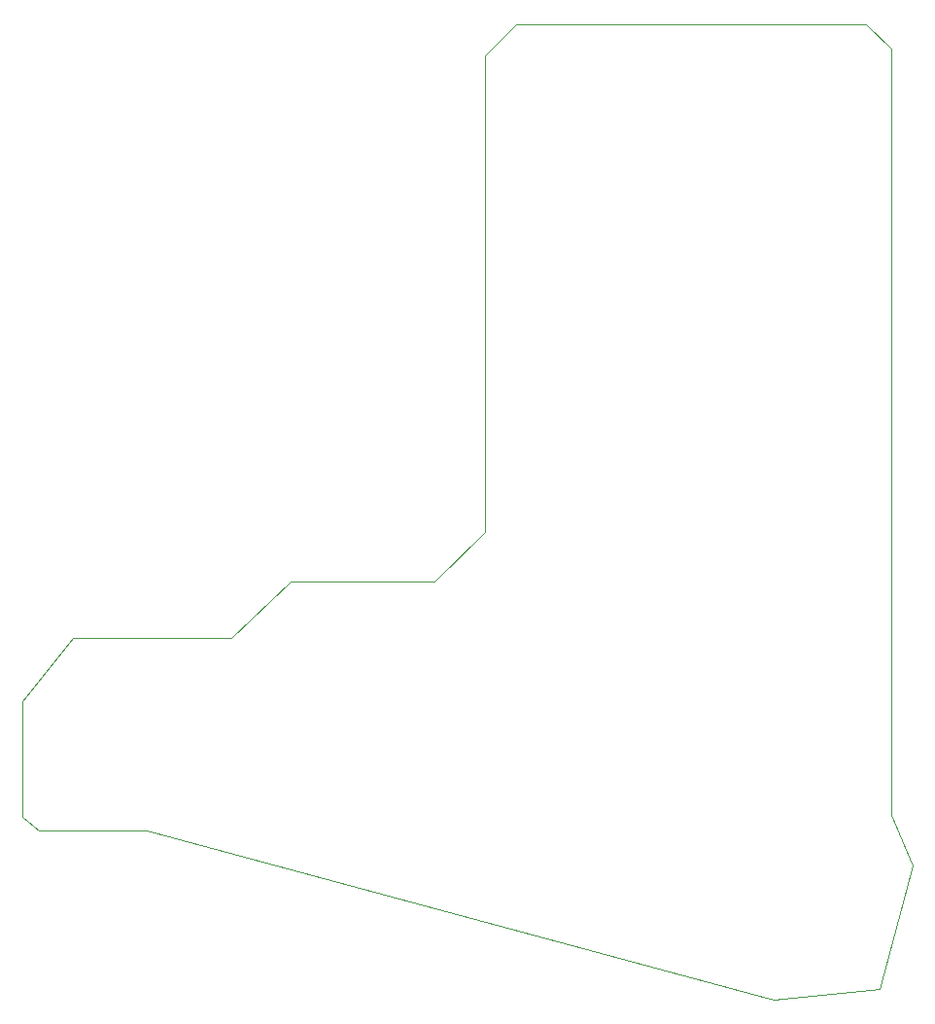
<source format=gbr>
G04 #@! TF.GenerationSoftware,KiCad,Pcbnew,(5.1.4)-1*
G04 #@! TF.CreationDate,2023-01-08T18:50:30-05:00*
G04 #@! TF.ProjectId,ThumbsUp,5468756d-6273-4557-902e-6b696361645f,rev?*
G04 #@! TF.SameCoordinates,Original*
G04 #@! TF.FileFunction,Profile,NP*
%FSLAX46Y46*%
G04 Gerber Fmt 4.6, Leading zero omitted, Abs format (unit mm)*
G04 Created by KiCad (PCBNEW (5.1.4)-1) date 2023-01-08 18:50:30*
%MOMM*%
%LPD*%
G04 APERTURE LIST*
%ADD10C,0.050000*%
G04 APERTURE END LIST*
D10*
X90500000Y-438500000D02*
X78000000Y-438500000D01*
X65232790Y-460212952D02*
X65432790Y-460212952D01*
X94932790Y-392712952D02*
X94932789Y-434212952D01*
X129254192Y-474050399D02*
X120032789Y-474912952D01*
X129254192Y-474050399D02*
X132132325Y-463288599D01*
X130313464Y-393918708D02*
X130314797Y-392160158D01*
X130339205Y-433490533D02*
X130327669Y-450500233D01*
X130334214Y-458838116D02*
X130321847Y-451519862D01*
X130334214Y-458838116D02*
X132132325Y-463288599D01*
X130314797Y-392160158D02*
X128132789Y-390012952D01*
X78000000Y-438500000D02*
X72832789Y-443412952D01*
X97632790Y-390012952D02*
X94932790Y-392712952D01*
X97632790Y-390012952D02*
X128132789Y-390012952D01*
X54632790Y-448912952D02*
X54632789Y-459012952D01*
X54632790Y-448912952D02*
X59032790Y-443412952D01*
X54632789Y-459012952D02*
X56032790Y-460212952D01*
X65232790Y-460212952D02*
X56032790Y-460212952D01*
X90500000Y-438500000D02*
X94932789Y-434212952D01*
X130313464Y-393918708D02*
X130339205Y-433490533D01*
X130321847Y-451519862D02*
X130327669Y-450500233D01*
X120032789Y-474912952D02*
X65432790Y-460212952D01*
X72832789Y-443412952D02*
X59032790Y-443412952D01*
M02*

</source>
